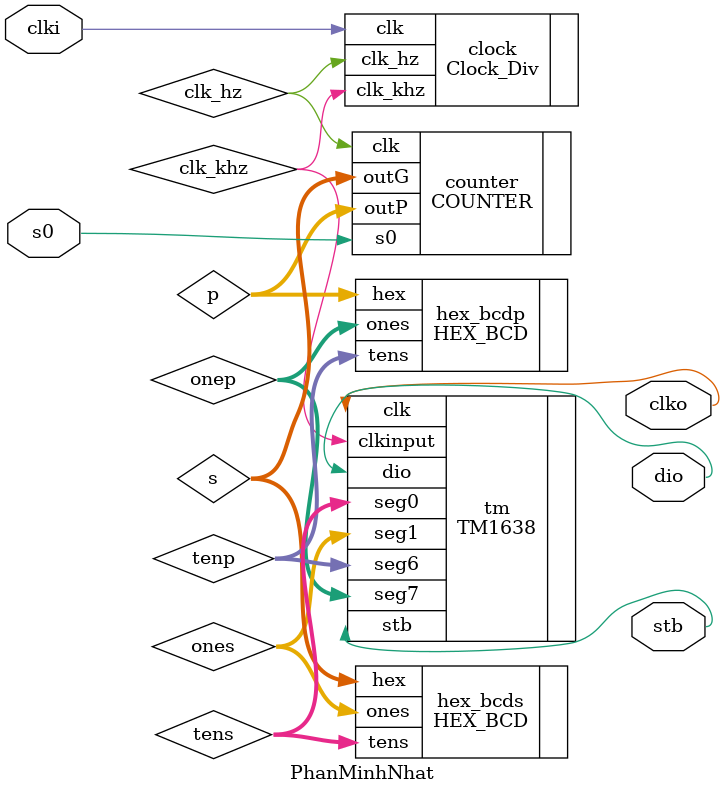
<source format=v>
`timescale 1ns / 1ps
module PhanMinhNhat(
input wire s0,
input wire clki,
output wire clko,
output wire stb,
output wire dio
    );
wire clk_khz,clk_hz;
wire [5:0]s,p;
wire [3:0] ones,tens,onep,tenp ;
Clock_Div clock (.clk(clki),.clk_hz(clk_hz),.clk_khz(clk_khz));
COUNTER counter (.clk(clk_hz),.s0(s0),.outG(s),.outP(p));
HEX_BCD hex_bcds (.hex(s),.ones(ones),.tens(tens));
HEX_BCD hex_bcdp (.hex(p),.ones(onep),.tens(tenp));
wire [4:0] seg [7:0];
TM1638 tm (.seg0(tens),.seg1(ones),.seg6(tenp),.seg7(onep),
.clkinput(clk_khz),
 .clk(clko),
 .stb(stb),
 .dio(dio)
 );


endmodule

</source>
